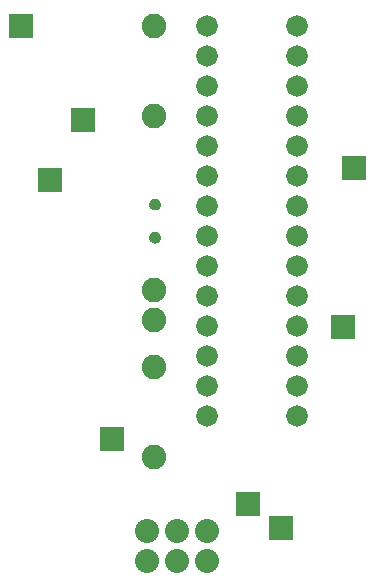
<source format=gbr>
G04 EAGLE Gerber RS-274X export*
G75*
%MOMM*%
%FSLAX34Y34*%
%LPD*%
%INSoldermask Top*%
%IPPOS*%
%AMOC8*
5,1,8,0,0,1.08239X$1,22.5*%
G01*
%ADD10C,2.032000*%
%ADD11C,2.082800*%
%ADD12C,1.828800*%
%ADD13R,2.003200X2.003200*%

G36*
X136348Y388773D02*
X136348Y388773D01*
X136439Y388772D01*
X137403Y388903D01*
X137451Y388919D01*
X137540Y388938D01*
X138451Y389280D01*
X138494Y389306D01*
X138578Y389345D01*
X139389Y389882D01*
X139425Y389917D01*
X139498Y389973D01*
X140170Y390677D01*
X140198Y390719D01*
X140256Y390790D01*
X140754Y391626D01*
X140755Y391629D01*
X140757Y391631D01*
X140763Y391650D01*
X140772Y391673D01*
X140812Y391755D01*
X141112Y392681D01*
X141119Y392731D01*
X141141Y392820D01*
X141227Y393789D01*
X141223Y393836D01*
X141226Y393911D01*
X141124Y394887D01*
X141110Y394935D01*
X141094Y395025D01*
X140778Y395954D01*
X140754Y395998D01*
X140717Y396083D01*
X140203Y396918D01*
X140169Y396955D01*
X140115Y397030D01*
X139427Y397730D01*
X139386Y397759D01*
X139317Y397819D01*
X138490Y398348D01*
X138444Y398367D01*
X138363Y398411D01*
X137440Y398743D01*
X137390Y398751D01*
X137301Y398776D01*
X136327Y398894D01*
X136277Y398891D01*
X136191Y398895D01*
X135189Y398800D01*
X135140Y398786D01*
X135050Y398770D01*
X134094Y398454D01*
X134049Y398430D01*
X133965Y398395D01*
X133104Y397873D01*
X133066Y397840D01*
X132991Y397787D01*
X132267Y397087D01*
X132238Y397046D01*
X132177Y396977D01*
X131627Y396134D01*
X131607Y396088D01*
X131563Y396007D01*
X131215Y395063D01*
X131206Y395013D01*
X131181Y394925D01*
X131051Y393927D01*
X131053Y393884D01*
X131052Y393758D01*
X131191Y392747D01*
X131207Y392699D01*
X131226Y392609D01*
X131588Y391654D01*
X131614Y391611D01*
X131653Y391527D01*
X132217Y390677D01*
X132252Y390640D01*
X132309Y390568D01*
X133049Y389864D01*
X133091Y389836D01*
X133162Y389778D01*
X134040Y389257D01*
X134087Y389239D01*
X134169Y389198D01*
X135141Y388885D01*
X135191Y388878D01*
X135280Y388857D01*
X136298Y388768D01*
X136348Y388773D01*
G37*
G36*
X136348Y360782D02*
X136348Y360782D01*
X136439Y360781D01*
X137403Y360912D01*
X137451Y360928D01*
X137540Y360947D01*
X138451Y361289D01*
X138494Y361315D01*
X138578Y361354D01*
X139389Y361891D01*
X139425Y361926D01*
X139498Y361982D01*
X140170Y362686D01*
X140198Y362728D01*
X140256Y362799D01*
X140754Y363635D01*
X140755Y363638D01*
X140757Y363640D01*
X140763Y363659D01*
X140772Y363682D01*
X140812Y363764D01*
X141112Y364690D01*
X141119Y364740D01*
X141141Y364829D01*
X141227Y365798D01*
X141223Y365845D01*
X141226Y365920D01*
X141124Y366896D01*
X141110Y366944D01*
X141094Y367034D01*
X140778Y367963D01*
X140754Y368007D01*
X140717Y368092D01*
X140203Y368927D01*
X140169Y368964D01*
X140115Y369039D01*
X139427Y369739D01*
X139386Y369768D01*
X139317Y369828D01*
X138490Y370357D01*
X138444Y370376D01*
X138363Y370420D01*
X137440Y370752D01*
X137390Y370760D01*
X137301Y370785D01*
X136327Y370903D01*
X136277Y370900D01*
X136191Y370904D01*
X135189Y370809D01*
X135140Y370795D01*
X135050Y370779D01*
X134094Y370463D01*
X134049Y370439D01*
X133965Y370404D01*
X133104Y369882D01*
X133066Y369849D01*
X132991Y369796D01*
X132267Y369096D01*
X132238Y369055D01*
X132177Y368986D01*
X131627Y368143D01*
X131607Y368097D01*
X131563Y368016D01*
X131215Y367072D01*
X131206Y367022D01*
X131181Y366934D01*
X131051Y365936D01*
X131053Y365893D01*
X131052Y365767D01*
X131191Y364756D01*
X131207Y364708D01*
X131226Y364618D01*
X131588Y363663D01*
X131614Y363620D01*
X131653Y363536D01*
X132217Y362686D01*
X132252Y362649D01*
X132309Y362577D01*
X133049Y361873D01*
X133091Y361845D01*
X133162Y361787D01*
X134040Y361266D01*
X134087Y361248D01*
X134169Y361207D01*
X135141Y360894D01*
X135191Y360887D01*
X135280Y360866D01*
X136298Y360777D01*
X136348Y360782D01*
G37*
D10*
X129300Y92000D03*
X154700Y92000D03*
X180100Y92000D03*
X180100Y117400D03*
X154700Y117400D03*
X129300Y117400D03*
D11*
X135500Y295800D03*
X135500Y321200D03*
X135700Y255900D03*
X135700Y179700D03*
X135700Y545000D03*
X135700Y468800D03*
D12*
X180200Y545300D03*
X180200Y519900D03*
X180200Y494500D03*
X180200Y469100D03*
X180200Y443700D03*
X180200Y418300D03*
X180200Y392900D03*
X180200Y367500D03*
X180200Y342100D03*
X180200Y316700D03*
X180200Y291300D03*
X180200Y265900D03*
X180200Y240500D03*
X180200Y215100D03*
X256400Y215100D03*
X256400Y240500D03*
X256400Y265900D03*
X256400Y291300D03*
X256400Y316700D03*
X256400Y342100D03*
X256400Y367500D03*
X256400Y392900D03*
X256400Y418300D03*
X256400Y443700D03*
X256400Y469100D03*
X256400Y494500D03*
X256400Y519900D03*
X256400Y545300D03*
D13*
X305000Y425000D03*
X75000Y465000D03*
X215000Y140000D03*
X100000Y195000D03*
X295000Y290000D03*
X47500Y415000D03*
X242500Y120000D03*
X22500Y545000D03*
M02*

</source>
